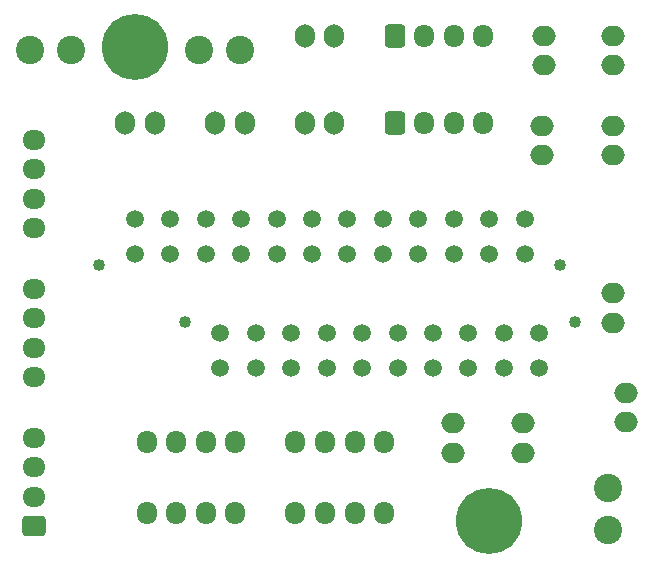
<source format=gbr>
%TF.GenerationSoftware,KiCad,Pcbnew,9.0.1*%
%TF.CreationDate,2025-08-04T14:01:18+08:00*%
%TF.ProjectId,breakout,62726561-6b6f-4757-942e-6b696361645f,rev?*%
%TF.SameCoordinates,Original*%
%TF.FileFunction,Soldermask,Bot*%
%TF.FilePolarity,Negative*%
%FSLAX46Y46*%
G04 Gerber Fmt 4.6, Leading zero omitted, Abs format (unit mm)*
G04 Created by KiCad (PCBNEW 9.0.1) date 2025-08-04 14:01:18*
%MOMM*%
%LPD*%
G01*
G04 APERTURE LIST*
G04 Aperture macros list*
%AMRoundRect*
0 Rectangle with rounded corners*
0 $1 Rounding radius*
0 $2 $3 $4 $5 $6 $7 $8 $9 X,Y pos of 4 corners*
0 Add a 4 corners polygon primitive as box body*
4,1,4,$2,$3,$4,$5,$6,$7,$8,$9,$2,$3,0*
0 Add four circle primitives for the rounded corners*
1,1,$1+$1,$2,$3*
1,1,$1+$1,$4,$5*
1,1,$1+$1,$6,$7*
1,1,$1+$1,$8,$9*
0 Add four rect primitives between the rounded corners*
20,1,$1+$1,$2,$3,$4,$5,0*
20,1,$1+$1,$4,$5,$6,$7,0*
20,1,$1+$1,$6,$7,$8,$9,0*
20,1,$1+$1,$8,$9,$2,$3,0*%
G04 Aperture macros list end*
%ADD10C,3.600000*%
%ADD11C,5.600000*%
%ADD12C,2.400000*%
%ADD13O,1.700000X1.950000*%
%ADD14O,2.000000X1.700000*%
%ADD15O,1.700000X2.000000*%
%ADD16O,1.950000X1.700000*%
%ADD17C,1.020000*%
%ADD18C,1.500000*%
%ADD19RoundRect,0.250000X0.725000X-0.600000X0.725000X0.600000X-0.725000X0.600000X-0.725000X-0.600000X0*%
%ADD20RoundRect,0.250000X-0.600000X-0.725000X0.600000X-0.725000X0.600000X0.725000X-0.600000X0.725000X0*%
G04 APERTURE END LIST*
D10*
%TO.C,H1*%
X154000000Y-81500000D03*
D11*
X154000000Y-81500000D03*
%TD*%
D12*
%TO.C,XR0*%
X148600000Y-81800000D03*
X145100000Y-81800000D03*
%TD*%
D13*
%TO.C,YMR0*%
X175100000Y-115000000D03*
X172600000Y-115000000D03*
X170100000Y-115000000D03*
X167600000Y-115000000D03*
%TD*%
%TO.C,YML1*%
X162488349Y-121000000D03*
X159988349Y-121000000D03*
X157488349Y-121000000D03*
X154988349Y-121000000D03*
%TD*%
D14*
%TO.C,FANPWM1*%
X194500000Y-90700000D03*
X194500000Y-88200000D03*
%TD*%
D15*
%TO.C,XEND1*%
X160800000Y-88000000D03*
X163300000Y-88000000D03*
%TD*%
D16*
%TO.C,ZM1*%
X145500000Y-109500000D03*
X145500000Y-107000000D03*
X145500000Y-104500000D03*
X145500000Y-102000000D03*
%TD*%
D12*
%TO.C,XR1*%
X162900000Y-81800000D03*
X159400000Y-81800000D03*
%TD*%
D14*
%TO.C,AUXF1*%
X194500000Y-83100000D03*
X194500000Y-80600000D03*
%TD*%
D17*
%TO.C,JX1*%
X151000000Y-100000000D03*
X190000000Y-100000000D03*
D18*
X154000000Y-96060000D03*
X157000000Y-96060000D03*
X160000000Y-96060000D03*
X163000000Y-96060000D03*
X166000000Y-96060000D03*
X169000000Y-96060000D03*
X172000000Y-96060000D03*
X175000000Y-96060000D03*
X178000000Y-96060000D03*
X181000000Y-96060000D03*
X184000000Y-96060000D03*
X187000000Y-96060000D03*
X154000000Y-99060000D03*
X157000000Y-99060000D03*
X160000000Y-99060000D03*
X163000000Y-99060000D03*
X166000000Y-99060000D03*
X169000000Y-99060000D03*
X172000000Y-99060000D03*
X175000000Y-99060000D03*
X178000000Y-99060000D03*
X181000000Y-99060000D03*
X184000000Y-99060000D03*
X187000000Y-99060000D03*
%TD*%
D13*
%TO.C,YMR1*%
X175100000Y-121000000D03*
X172600000Y-121000000D03*
X170100000Y-121000000D03*
X167600000Y-121000000D03*
%TD*%
D15*
%TO.C,XTH1*%
X168400000Y-88000000D03*
X170900000Y-88000000D03*
%TD*%
%TO.C,HEF1*%
X153200000Y-88000000D03*
X155700000Y-88000000D03*
%TD*%
D19*
%TO.C,ZM0*%
X145500000Y-122100000D03*
D16*
X145500000Y-119600000D03*
X145500000Y-117100000D03*
X145500000Y-114600000D03*
%TD*%
%TO.C,EM1*%
X145500000Y-96900000D03*
X145500000Y-94400000D03*
X145500000Y-91900000D03*
X145500000Y-89400000D03*
%TD*%
D12*
%TO.C,YR1*%
X194100000Y-122400000D03*
X194100000Y-118900000D03*
%TD*%
D14*
%TO.C,YTH1*%
X195600000Y-110800000D03*
X195600000Y-113300000D03*
%TD*%
%TO.C,AUXF3*%
X188600000Y-83100000D03*
X188600000Y-80600000D03*
%TD*%
%TO.C,ZEND1*%
X186900000Y-115900000D03*
X186900000Y-113400000D03*
%TD*%
%TO.C,AUXF*%
X188500000Y-90700000D03*
X188500000Y-88200000D03*
%TD*%
D15*
%TO.C,XTH0*%
X168400000Y-80600000D03*
X170900000Y-80600000D03*
%TD*%
D17*
%TO.C,JY1*%
X191238349Y-104810000D03*
X158238349Y-104810000D03*
D18*
X188238349Y-108750000D03*
X185238349Y-108750000D03*
X182238349Y-108750000D03*
X179238349Y-108750000D03*
X176238349Y-108750000D03*
X173238349Y-108750000D03*
X170238349Y-108750000D03*
X167238349Y-108750000D03*
X164238349Y-108750000D03*
X161238349Y-108750000D03*
X188238349Y-105750000D03*
X185238349Y-105750000D03*
X182238349Y-105750000D03*
X179238349Y-105750000D03*
X176238349Y-105750000D03*
X173238349Y-105750000D03*
X170238349Y-105750000D03*
X167238349Y-105750000D03*
X164238349Y-105750000D03*
X161238349Y-105750000D03*
%TD*%
D14*
%TO.C,ZEND0*%
X180975000Y-115900000D03*
X180975000Y-113400000D03*
%TD*%
D20*
%TO.C,XM1*%
X176000000Y-80600000D03*
D13*
X178500000Y-80600000D03*
X181000000Y-80600000D03*
X183500000Y-80600000D03*
%TD*%
D10*
%TO.C,H4*%
X184000000Y-121700000D03*
D11*
X184000000Y-121700000D03*
%TD*%
D13*
%TO.C,YML0*%
X162488349Y-115000000D03*
X159988349Y-115000000D03*
X157488349Y-115000000D03*
X154988349Y-115000000D03*
%TD*%
D14*
%TO.C,YEND1*%
X194488349Y-104900000D03*
X194488349Y-102400000D03*
%TD*%
D20*
%TO.C,XM0*%
X176000000Y-88000000D03*
D13*
X178500000Y-88000000D03*
X181000000Y-88000000D03*
X183500000Y-88000000D03*
%TD*%
M02*

</source>
